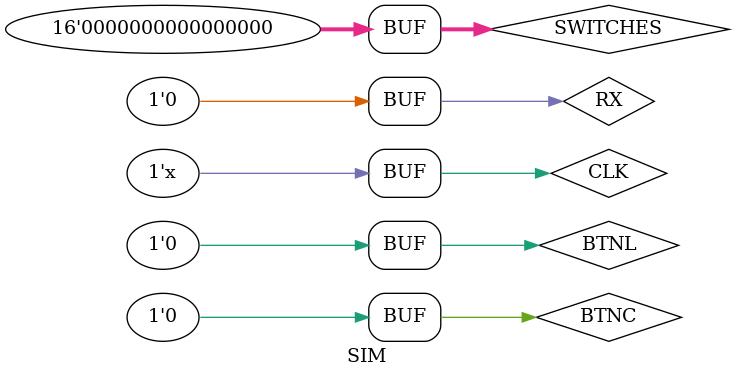
<source format=sv>
`timescale 1ns / 1ps


module SIM(
     );
    
      logic  BTNL, BTNC, RX, TX;
      logic [15:0] SWITCHES, LEDS;
      logic [8:0] CATHODES;
      logic [3:0] ANODES;
      logic CLK;
      
    OTTER_Wrapper_Programmable OTTER_Wrapper_Programmable(
        .CLK(CLK),
        .BTNL(BTNL),
        .BTNC(BTNC),
        .SWITCHES(SWITCHES),
        .RX(RX),
        .TX(TX),
        .LEDS(LEDS),
        .CATHODES(CATHODES),
        .ANODES(ANODES)
    ); 

    initial begin
      CLK = 0;
      BTNL = 0;
      BTNC = 0;
      RX = 0;
      SWITCHES = 0;
    end
   
   always  
      #5  CLK =  ! CLK;

endmodule
</source>
